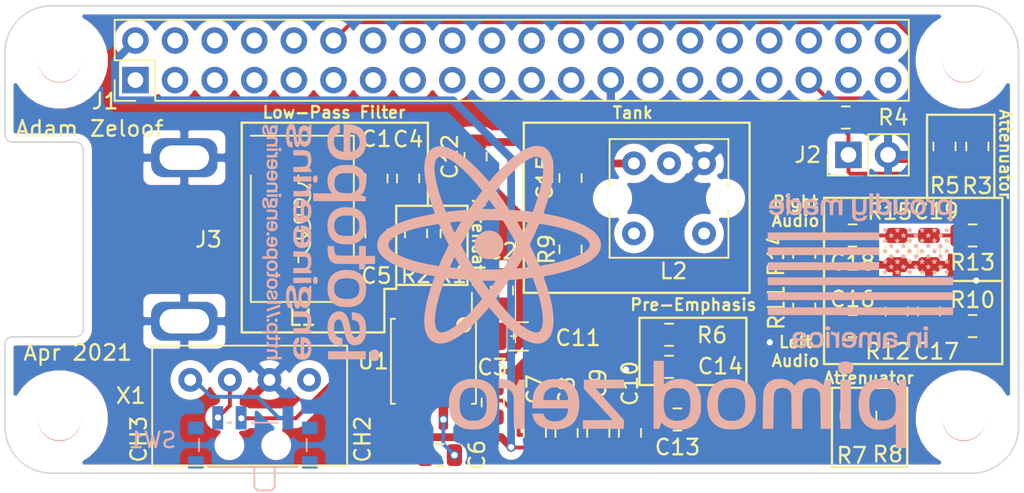
<source format=kicad_pcb>
(kicad_pcb (version 20171130) (host pcbnew "(5.1.9)-1")
  (layers (0 F.Cu signal) (31 B.Cu signal) (34 B.Paste user) (35 F.Paste user) (36 B.SilkS user) (37 F.SilkS user) (38 B.Mask user) (39 F.Mask user) (44 Edge.Cuts user))
  (net 0 "")
  (net 1 RF_OUT)
  (net 2 "Net-(C1-Pad1)")
  (net 3 "Net-(C2-Pad2)")
  (net 4 "Net-(C2-Pad1)")
  (net 5 "Net-(C3-Pad2)")
  (net 6 "Net-(C3-Pad1)")
  (net 7 GND)
  (net 8 VCC)
  (net 9 "Net-(C12-Pad2)")
  (net 10 "Net-(C12-Pad1)")
  (net 11 "Net-(C13-Pad2)")
  (net 12 "Net-(C13-Pad1)")
  (net 13 "Net-(C14-Pad2)")
  (net 14 AUDIO_IN)
  (net 15 VIDEO_IN)
  (net 16 AUDIO_L)
  (net 17 AUDIO_R)
  (net 18 "Net-(J1-Pad40)")
  (net 19 "Net-(J1-Pad38)")
  (net 20 "Net-(J1-Pad37)")
  (net 21 "Net-(J1-Pad36)")
  (net 22 "Net-(J1-Pad34)")
  (net 23 "Net-(J1-Pad33)")
  (net 24 "Net-(J1-Pad32)")
  (net 25 "Net-(J1-Pad31)")
  (net 26 "Net-(J1-Pad30)")
  (net 27 "Net-(J1-Pad29)")
  (net 28 "Net-(J1-Pad28)")
  (net 29 "Net-(J1-Pad27)")
  (net 30 "Net-(J1-Pad26)")
  (net 31 "Net-(J1-Pad24)")
  (net 32 "Net-(J1-Pad23)")
  (net 33 "Net-(J1-Pad22)")
  (net 34 "Net-(J1-Pad21)")
  (net 35 "Net-(J1-Pad20)")
  (net 36 "Net-(J1-Pad19)")
  (net 37 "Net-(J1-Pad18)")
  (net 38 "Net-(J1-Pad17)")
  (net 39 "Net-(J1-Pad16)")
  (net 40 "Net-(J1-Pad15)")
  (net 41 "Net-(J1-Pad14)")
  (net 42 "Net-(J1-Pad13)")
  (net 43 "Net-(J1-Pad11)")
  (net 44 "Net-(J1-Pad10)")
  (net 45 "Net-(J1-Pad9)")
  (net 46 "Net-(J1-Pad8)")
  (net 47 "Net-(J1-Pad7)")
  (net 48 "Net-(J1-Pad6)")
  (net 49 "Net-(J1-Pad5)")
  (net 50 "Net-(J1-Pad4)")
  (net 51 "Net-(J1-Pad3)")
  (net 52 "Net-(J1-Pad39)")
  (net 53 "Net-(C6-Pad2)")
  (net 54 "Net-(C11-Pad1)")
  (net 55 "Net-(C11-Pad2)")
  (net 56 "Net-(C16-Pad2)")
  (net 57 "Net-(C16-Pad1)")
  (net 58 "Net-(C18-Pad1)")
  (net 59 "Net-(C18-Pad2)")
  (net 60 VDD)
  (net 61 "Net-(SW1-Pad3)")
  (net 62 "Net-(SW1-Pad1)")
  (module rf_modulator:modulator_art (layer F.Cu) (at 45.53966 39.52748)
    (fp_text reference G*** hide)
    (fp_text value LOGO hide)
  )
  (module rf_modulator:Amphenol-531-40101 (layer F.Cu) (at 24.003 39.5)
    (fp_text reference J3 (at 1.55194 0.00254) (layer F.SilkS))
    (fp_text value "Amphenol 531-40101")
    (pad 2 thru_hole roundrect (at 0 5.25 90) (size 2.5 4.25) (drill oval 1.57 3.18) (layers *.Cu *.Mask) (roundrect_rratio 0.316) (net 7 GND))
    (pad 3 smd roundrect (at -4 0) (size 3.5 2.5) (layers F.Cu F.Paste F.Mask) (net 1 RF_OUT))
    (pad 1 thru_hole roundrect (at 0 -5.25 90) (size 2.5 4.25) (drill oval 1.57 3.18) (layers *.Cu *.Mask) (roundrect_rratio 0.316) (net 7 GND))
  )
  (module "rf_modulator:Coilcraft Slot 7 Inductor" (layer F.Cu) (at 52.832 39.116)
    (fp_text reference L2 (at 2.54 2.413) (layer F.SilkS))
    (fp_text value LTRIM)
    (pad "" np_thru_hole circle (at 5.87 -2.248 90) (size 1.5 1.5) (drill 1.5) (layers *.Cu *.Mask))
    (pad "" np_thru_hole circle (at -1.37 -2.248 90) (size 1.5 1.5) (drill 1.5) (layers *.Cu *.Mask))
    (pad 2 thru_hole circle (at 4.5 -4.5) (size 1.524 1.524) (drill 0.762) (layers *.Cu *.Mask) (net 7 GND))
    (pad 3 thru_hole circle (at 2.252 -4.5) (size 1.524 1.524) (drill 0.762) (layers *.Cu *.Mask))
    (pad 1 thru_hole circle (at 0 -4.5) (size 1.524 1.524) (drill 0.762) (layers *.Cu *.Mask) (net 9 "Net-(C12-Pad2)"))
    (pad 4 thru_hole circle (at 4.5 0) (size 1.524 1.524) (drill 0.762) (layers *.Cu *.Mask))
    (pad 6 thru_hole circle (at 0 0 90) (size 1.524 1.524) (drill 0.762) (layers *.Cu *.Mask))
  )
  (module Capacitor_SMD:C_0805_2012Metric (layer F.Cu) (at 43.78198 49.9618 270)
    (fp_text reference C3 (at -2.2606 0.01778 180) (layer F.SilkS))
    (fp_text value 1n)
    (pad 2 smd roundrect (at 0.9375 0 270) (size 0.975 1.4) (layers F.Cu F.Paste F.Mask) (net 5 "Net-(C3-Pad2)"))
    (pad 1 smd roundrect (at -0.9375 0 270) (size 0.975 1.4) (layers F.Cu F.Paste F.Mask) (net 6 "Net-(C3-Pad1)"))
  )
  (module rf_modulator:F88SM (layer F.Cu) (at 24.384 48.514)
    (fp_text reference X1 (at -3.81 1.016) (layer F.SilkS))
    (fp_text value F88SM)
    (pad 4 thru_hole circle (at 7.62 0) (size 1.524 1.524) (drill 0.762) (layers *.Cu *.Mask))
    (pad 3 thru_hole circle (at 5.08 0) (size 1.524 1.524) (drill 0.762) (layers *.Cu *.Mask) (net 7 GND))
    (pad 2 thru_hole circle (at 2.54 0) (size 1.524 1.524) (drill 0.762) (layers *.Cu *.Mask) (net 61 "Net-(SW1-Pad3)"))
    (pad 1 thru_hole circle (at 0 0) (size 1.524 1.524) (drill 0.762) (layers *.Cu *.Mask) (net 62 "Net-(SW1-Pad1)"))
  )
  (module Button_Switch_SMD:SW_SPDT_PCM12 (layer B.Cu) (at 28.3972 52.3748 180)
    (fp_text reference SW1 (at 6.4262 0) (layer B.SilkS) (effects (justify mirror)))
    (fp_text value SW_SPDT)
    (pad "" smd rect (at -3.65 0.78 180) (size 1 0.8) (layers B.Cu B.Paste B.Mask))
    (pad "" smd rect (at 3.65 0.78 180) (size 1 0.8) (layers B.Cu B.Paste B.Mask))
    (pad "" smd rect (at 3.65 -1.43 180) (size 1 0.8) (layers B.Cu B.Paste B.Mask))
    (pad "" smd rect (at -3.65 -1.43 180) (size 1 0.8) (layers B.Cu B.Paste B.Mask))
    (pad 3 smd rect (at 2.25 1.43 180) (size 0.7 1.5) (layers B.Cu B.Paste B.Mask) (net 61 "Net-(SW1-Pad3)"))
    (pad 2 smd rect (at 0.75 1.43 180) (size 0.7 1.5) (layers B.Cu B.Paste B.Mask) (net 6 "Net-(C3-Pad1)"))
    (pad 1 smd rect (at -2.25 1.43 180) (size 0.7 1.5) (layers B.Cu B.Paste B.Mask) (net 62 "Net-(SW1-Pad1)"))
    (pad "" np_thru_hole circle (at 1.5 -0.33 180) (size 0.9 0.9) (drill 0.9) (layers *.Cu *.Mask))
    (pad "" np_thru_hole circle (at -1.5 -0.33 180) (size 0.9 0.9) (drill 0.9) (layers *.Cu *.Mask))
  )
  (module Resistor_SMD:R_0805_2012Metric (layer F.Cu) (at 48.768 40.132 270)
    (fp_text reference R9 (at 0 1.524 90) (layer F.SilkS))
    (fp_text value R_US)
    (pad 2 smd roundrect (at 0.9375 0 270) (size 0.975 1.4) (layers F.Cu F.Paste F.Mask) (net 7 GND))
    (pad 1 smd roundrect (at -0.9375 0 270) (size 0.975 1.4) (layers F.Cu F.Paste F.Mask) (net 9 "Net-(C12-Pad2)"))
  )
  (module Capacitor_SMD:C_0805_2012Metric (layer F.Cu) (at 48.768 35.56 90)
    (fp_text reference C15 (at 0 -1.65 90) (layer F.SilkS))
    (fp_text value 68p)
    (pad 2 smd roundrect (at 0.9375 0 90) (size 0.975 1.4) (layers F.Cu F.Paste F.Mask) (net 9 "Net-(C12-Pad2)"))
    (pad 1 smd roundrect (at -0.9375 0 90) (size 0.975 1.4) (layers F.Cu F.Paste F.Mask) (net 7 GND))
  )
  (module Capacitor_SMD:C_0805_2012Metric (layer F.Cu) (at 42.67962 34.18586 90)
    (fp_text reference C12 (at 0 -1.65 90) (layer F.SilkS))
    (fp_text value 1n)
    (pad 2 smd roundrect (at 0.9375 0 90) (size 0.975 1.4) (layers F.Cu F.Paste F.Mask) (net 9 "Net-(C12-Pad2)"))
    (pad 1 smd roundrect (at -0.9375 0 90) (size 0.975 1.4) (layers F.Cu F.Paste F.Mask) (net 10 "Net-(C12-Pad1)"))
  )
  (module Package_SO:SOIC-8_5.23x5.23mm_P1.27mm (layer F.Cu) (at 39.9796 47.3202 270)
    (fp_text reference U1 (at 0 3.8608 180) (layer F.SilkS))
    (fp_text value NJM2519A)
    (pad 8 smd roundrect (at 3.6 -1.905 270) (size 1.6 0.6) (layers F.Cu F.Paste F.Mask) (net 5 "Net-(C3-Pad2)"))
    (pad 7 smd roundrect (at 3.6 -0.635 270) (size 1.6 0.6) (layers F.Cu F.Paste F.Mask) (net 53 "Net-(C6-Pad2)"))
    (pad 6 smd roundrect (at 3.6 0.635 270) (size 1.6 0.6) (layers F.Cu F.Paste F.Mask) (net 8 VCC))
    (pad 5 smd roundrect (at 3.6 1.905 270) (size 1.6 0.6) (layers F.Cu F.Paste F.Mask) (net 11 "Net-(C13-Pad2)"))
    (pad 4 smd roundrect (at -3.6 1.905 270) (size 1.6 0.6) (layers F.Cu F.Paste F.Mask) (net 10 "Net-(C12-Pad1)"))
    (pad 3 smd roundrect (at -3.6 0.635 270) (size 1.6 0.6) (layers F.Cu F.Paste F.Mask) (net 54 "Net-(C11-Pad1)"))
    (pad 2 smd roundrect (at -3.6 -0.635 270) (size 1.6 0.6) (layers F.Cu F.Paste F.Mask) (net 7 GND))
    (pad 1 smd roundrect (at -3.6 -1.905 270) (size 1.6 0.6) (layers F.Cu F.Paste F.Mask) (net 4 "Net-(C2-Pad1)"))
  )
  (module Resistor_SMD:R_0805_2012Metric (layer F.Cu) (at 69.6722 40.1828 270)
    (fp_text reference R15 (at -2.4638 0.4318 180) (layer F.SilkS))
    (fp_text value 150)
    (pad 1 smd roundrect (at -0.9375 0 270) (size 0.975 1.4) (layers F.Cu F.Paste F.Mask) (net 59 "Net-(C18-Pad2)"))
    (pad 2 smd roundrect (at 0.9375 0 270) (size 0.975 1.4) (layers F.Cu F.Paste F.Mask) (net 7 GND))
  )
  (module Resistor_SMD:R_0805_2012Metric (layer F.Cu) (at 74.549 39.243)
    (fp_text reference R13 (at 0 1.7272) (layer F.SilkS))
    (fp_text value 270)
    (pad 1 smd roundrect (at -0.9375 0) (size 0.975 1.4) (layers F.Cu F.Paste F.Mask) (net 59 "Net-(C18-Pad2)"))
    (pad 2 smd roundrect (at 0.9375 0) (size 0.975 1.4) (layers F.Cu F.Paste F.Mask) (net 16 AUDIO_L))
  )
  (module Capacitor_SMD:C_0805_2012Metric (layer F.Cu) (at 71.755 40.1828 270)
    (fp_text reference C19 (at -2.4892 -0.4572) (layer F.SilkS))
    (fp_text value 33n)
    (pad 1 smd roundrect (at -0.9375 0 270) (size 0.975 1.4) (layers F.Cu F.Paste F.Mask) (net 59 "Net-(C18-Pad2)"))
    (pad 2 smd roundrect (at 0.9375 0 270) (size 0.975 1.4) (layers F.Cu F.Paste F.Mask) (net 7 GND))
  )
  (module Capacitor_SMD:C_0805_2012Metric (layer F.Cu) (at 66.8528 39.243)
    (fp_text reference C18 (at 0 1.7272) (layer F.SilkS))
    (fp_text value 10u)
    (pad 1 smd roundrect (at -0.9375 0) (size 0.975 1.4) (layers F.Cu F.Paste F.Mask) (net 58 "Net-(C18-Pad1)"))
    (pad 2 smd roundrect (at 0.9375 0) (size 0.975 1.4) (layers F.Cu F.Paste F.Mask) (net 59 "Net-(C18-Pad2)"))
  )
  (module Resistor_SMD:R_0805_2012Metric (layer F.Cu) (at 72.7456 33.528 270)
    (fp_text reference R5 (at 2.5146 -0.0254 180) (layer F.SilkS))
    (fp_text value 470)
    (pad 2 smd roundrect (at 0.9375 0 270) (size 0.975 1.4) (layers F.Cu F.Paste F.Mask) (net 7 GND))
    (pad 1 smd roundrect (at -0.9375 0 270) (size 0.975 1.4) (layers F.Cu F.Paste F.Mask) (net 55 "Net-(C11-Pad2)"))
  )
  (module Capacitor_SMD:C_0805_2012Metric (layer F.Cu) (at 36.322 35.5854 90)
    (fp_text reference C1 (at 2.54 0 180) (layer F.SilkS))
    (fp_text value 6p)
    (pad 2 smd roundrect (at 0.9375 0 90) (size 0.975 1.4) (layers F.Cu F.Paste F.Mask) (net 1 RF_OUT))
    (pad 1 smd roundrect (at -0.9375 0 90) (size 0.975 1.4) (layers F.Cu F.Paste F.Mask) (net 2 "Net-(C1-Pad1)"))
  )
  (module Resistor_SMD:R_0805_2012Metric (layer F.Cu) (at 63.754 40.4368 90)
    (fp_text reference R14 (at 0 -1.8034 90) (layer F.SilkS))
    (fp_text value 10k)
    (pad 2 smd roundrect (at 0.9375 0 90) (size 0.975 1.4) (layers F.Cu F.Paste F.Mask) (net 58 "Net-(C18-Pad1)"))
    (pad 1 smd roundrect (at -0.9375 0 90) (size 0.975 1.4) (layers F.Cu F.Paste F.Mask) (net 14 AUDIO_IN))
  )
  (module Resistor_SMD:R_0805_2012Metric (layer F.Cu) (at 69.6722 44.1198 90)
    (fp_text reference R12 (at -2.5654 -0.5588 180) (layer F.SilkS))
    (fp_text value 150)
    (pad 2 smd roundrect (at 0.9375 0 90) (size 0.975 1.4) (layers F.Cu F.Paste F.Mask) (net 7 GND))
    (pad 1 smd roundrect (at -0.9375 0 90) (size 0.975 1.4) (layers F.Cu F.Paste F.Mask) (net 56 "Net-(C16-Pad2)"))
  )
  (module Resistor_SMD:R_0805_2012Metric (layer F.Cu) (at 63.754 43.8658 270)
    (fp_text reference R11 (at 0 1.778 90) (layer F.SilkS))
    (fp_text value 10k)
    (pad 2 smd roundrect (at 0.9375 0 270) (size 0.975 1.4) (layers F.Cu F.Paste F.Mask) (net 57 "Net-(C16-Pad1)"))
    (pad 1 smd roundrect (at -0.9375 0 270) (size 0.975 1.4) (layers F.Cu F.Paste F.Mask) (net 14 AUDIO_IN))
  )
  (module Resistor_SMD:R_0805_2012Metric (layer F.Cu) (at 74.549 45.0596)
    (fp_text reference R10 (at 0 -1.6764) (layer F.SilkS))
    (fp_text value 270)
    (pad 2 smd roundrect (at 0.9375 0) (size 0.975 1.4) (layers F.Cu F.Paste F.Mask) (net 17 AUDIO_R))
    (pad 1 smd roundrect (at -0.9375 0) (size 0.975 1.4) (layers F.Cu F.Paste F.Mask) (net 56 "Net-(C16-Pad2)"))
  )
  (module Resistor_SMD:R_0805_2012Metric (layer F.Cu) (at 69.088 50.8 270)
    (fp_text reference R8 (at 2.4892 -0.0254 180) (layer F.SilkS))
    (fp_text value 30K)
    (pad 2 smd roundrect (at 0.9375 0 270) (size 0.975 1.4) (layers F.Cu F.Paste F.Mask) (net 7 GND))
    (pad 1 smd roundrect (at -0.9375 0 270) (size 0.975 1.4) (layers F.Cu F.Paste F.Mask) (net 12 "Net-(C13-Pad1)"))
  )
  (module Resistor_SMD:R_0805_2012Metric (layer F.Cu) (at 66.802 50.8 270)
    (fp_text reference R7 (at 2.5654 0 180) (layer F.SilkS))
    (fp_text value 2K)
    (pad 2 smd roundrect (at 0.9375 0 270) (size 0.975 1.4) (layers F.Cu F.Paste F.Mask) (net 12 "Net-(C13-Pad1)"))
    (pad 1 smd roundrect (at -0.9375 0 270) (size 0.975 1.4) (layers F.Cu F.Paste F.Mask) (net 13 "Net-(C14-Pad2)"))
  )
  (module Resistor_SMD:R_0805_2012Metric (layer F.Cu) (at 55.08498 45.61586 180)
    (fp_text reference R6 (at -2.75336 -0.02794) (layer F.SilkS))
    (fp_text value 220)
    (pad 2 smd roundrect (at 0.9375 0 180) (size 0.975 1.4) (layers F.Cu F.Paste F.Mask) (net 13 "Net-(C14-Pad2)"))
    (pad 1 smd roundrect (at -0.9375 0 180) (size 0.975 1.4) (layers F.Cu F.Paste F.Mask) (net 14 AUDIO_IN))
  )
  (module Resistor_SMD:R_0805_2012Metric (layer F.Cu) (at 66.421 31.6738)
    (fp_text reference R4 (at 3.03784 -0.00762) (layer F.SilkS))
    (fp_text value 75)
    (pad 2 smd roundrect (at 0.9375 0) (size 0.975 1.4) (layers F.Cu F.Paste F.Mask) (net 7 GND))
    (pad 1 smd roundrect (at -0.9375 0) (size 0.975 1.4) (layers F.Cu F.Paste F.Mask) (net 15 VIDEO_IN))
  )
  (module Resistor_SMD:R_0805_2012Metric (layer F.Cu) (at 74.8538 33.528 270)
    (fp_text reference R3 (at 2.54 0 180) (layer F.SilkS))
    (fp_text value 510)
    (pad 2 smd roundrect (at 0.9375 0 270) (size 0.975 1.4) (layers F.Cu F.Paste F.Mask) (net 15 VIDEO_IN))
    (pad 1 smd roundrect (at -0.9375 0 270) (size 0.975 1.4) (layers F.Cu F.Paste F.Mask) (net 55 "Net-(C11-Pad2)"))
  )
  (module Resistor_SMD:R_0805_2012Metric (layer F.Cu) (at 38.862 39.116 270)
    (fp_text reference R2 (at 2.667 0 180) (layer F.SilkS))
    (fp_text value 75)
    (pad 2 smd roundrect (at 0.9375 0 270) (size 0.975 1.4) (layers F.Cu F.Paste F.Mask) (net 7 GND))
    (pad 1 smd roundrect (at -0.9375 0 270) (size 0.975 1.4) (layers F.Cu F.Paste F.Mask) (net 2 "Net-(C1-Pad1)"))
  )
  (module Resistor_SMD:R_0805_2012Metric (layer F.Cu) (at 41.148 39.116 90)
    (fp_text reference R1 (at -2.667 0 180) (layer F.SilkS))
    (fp_text value 470)
    (pad 2 smd roundrect (at 0.9375 0 90) (size 0.975 1.4) (layers F.Cu F.Paste F.Mask) (net 2 "Net-(C1-Pad1)"))
    (pad 1 smd roundrect (at -0.9375 0 90) (size 0.975 1.4) (layers F.Cu F.Paste F.Mask) (net 3 "Net-(C2-Pad2)"))
  )
  (module KiCad-Library-master:Wurth_WE_Inductor_744918213 (layer F.Cu) (at 31.5722 38.1762 270)
    (fp_text reference L1 (at 6.35 0 180) (layer F.SilkS))
    (fp_text value 133n)
    (pad 2 smd roundrect (at 3.98 -1.21 270) (size 2.04 4.7) (layers F.Cu F.Paste F.Mask) (net 2 "Net-(C1-Pad1)"))
    (pad 1 smd roundrect (at -3.98 1.21 270) (size 2.04 4.7) (layers F.Cu F.Paste F.Mask) (net 1 RF_OUT))
  )
  (module Connector_PinHeader_2.54mm:PinHeader_1x02_P2.54mm_Vertical (layer F.Cu) (at 66.58864 34.06842 90)
    (fp_text reference J2 (at 0 -2.60604 180) (layer F.SilkS))
    (fp_text value "Pi Video")
    (pad 2 thru_hole oval (at 0 2.54 90) (size 1.7 1.7) (drill 1) (layers *.Cu *.Mask) (net 7 GND))
    (pad 1 thru_hole rect (at 0 0 90) (size 1.7 1.7) (drill 1) (layers *.Cu *.Mask) (net 15 VIDEO_IN))
  )
  (module Capacitor_SMD:C_0805_2012Metric (layer F.Cu) (at 71.755 44.1198 90)
    (fp_text reference C17 (at -2.5654 0.4826) (layer F.SilkS))
    (fp_text value 33n)
    (pad 2 smd roundrect (at 0.9375 0 90) (size 0.975 1.4) (layers F.Cu F.Paste F.Mask) (net 7 GND))
    (pad 1 smd roundrect (at -0.9375 0 90) (size 0.975 1.4) (layers F.Cu F.Paste F.Mask) (net 56 "Net-(C16-Pad2)"))
  )
  (module Capacitor_SMD:C_0805_2012Metric (layer F.Cu) (at 66.8528 45.0596)
    (fp_text reference C16 (at 0 -1.7272) (layer F.SilkS))
    (fp_text value 10u)
    (pad 2 smd roundrect (at 0.9375 0) (size 0.975 1.4) (layers F.Cu F.Paste F.Mask) (net 56 "Net-(C16-Pad2)"))
    (pad 1 smd roundrect (at -0.9375 0) (size 0.975 1.4) (layers F.Cu F.Paste F.Mask) (net 57 "Net-(C16-Pad1)"))
  )
  (module Capacitor_SMD:C_0805_2012Metric (layer F.Cu) (at 55.08244 47.6758 180)
    (fp_text reference C14 (at -3.2893 0.03556) (layer F.SilkS))
    (fp_text value 360p)
    (pad 2 smd roundrect (at 0.9375 0 180) (size 0.975 1.4) (layers F.Cu F.Paste F.Mask) (net 13 "Net-(C14-Pad2)"))
    (pad 1 smd roundrect (at -0.9375 0 180) (size 0.975 1.4) (layers F.Cu F.Paste F.Mask) (net 14 AUDIO_IN))
  )
  (module Capacitor_SMD:C_0805_2012Metric (layer F.Cu) (at 55.626 51.054 180)
    (fp_text reference C13 (at 0 -1.778) (layer F.SilkS))
    (fp_text value 0.1u)
    (pad 2 smd roundrect (at 0.9375 0 180) (size 0.975 1.4) (layers F.Cu F.Paste F.Mask) (net 11 "Net-(C13-Pad2)"))
    (pad 1 smd roundrect (at -0.9375 0 180) (size 0.975 1.4) (layers F.Cu F.Paste F.Mask) (net 12 "Net-(C13-Pad1)"))
  )
  (module Capacitor_SMD:C_1206_3216Metric (layer F.Cu) (at 45.4406 45.72)
    (fp_text reference C11 (at 3.81 0.1016) (layer F.SilkS))
    (fp_text value 1u)
    (pad 1 smd roundrect (at -1.4 0) (size 1.25 1.75) (layers F.Cu F.Paste F.Mask) (roundrect_rratio 0.2) (net 54 "Net-(C11-Pad1)"))
    (pad 2 smd roundrect (at 1.4 0) (size 1.25 1.75) (layers F.Cu F.Paste F.Mask) (roundrect_rratio 0.2) (net 55 "Net-(C11-Pad2)"))
  )
  (module Capacitor_SMD:C_0805_2012Metric (layer F.Cu) (at 52.578 51.9176 270)
    (fp_text reference C10 (at -3.175 0 90) (layer F.SilkS))
    (fp_text value 1u)
    (pad 2 smd roundrect (at 0.9375 0 270) (size 0.975 1.4) (layers F.Cu F.Paste F.Mask) (net 8 VCC))
    (pad 1 smd roundrect (at -0.9375 0 270) (size 0.975 1.4) (layers F.Cu F.Paste F.Mask) (net 7 GND))
  )
  (module Capacitor_SMD:C_0805_2012Metric (layer F.Cu) (at 50.546 51.9176 270)
    (fp_text reference C9 (at -3.175 0 270) (layer F.SilkS))
    (fp_text value 1u)
    (pad 2 smd roundrect (at 0.9375 0 270) (size 0.975 1.4) (layers F.Cu F.Paste F.Mask) (net 8 VCC))
    (pad 1 smd roundrect (at -0.9375 0 270) (size 0.975 1.4) (layers F.Cu F.Paste F.Mask) (net 7 GND))
  )
  (module Capacitor_SMD:C_0805_2012Metric (layer F.Cu) (at 48.514 51.9176 270)
    (fp_text reference C8 (at -2.667 0 270) (layer F.SilkS))
    (fp_text value 0.1u)
    (pad 2 smd roundrect (at 0.9375 0 270) (size 0.975 1.4) (layers F.Cu F.Paste F.Mask) (net 8 VCC))
    (pad 1 smd roundrect (at -0.9375 0 270) (size 0.975 1.4) (layers F.Cu F.Paste F.Mask) (net 7 GND))
  )
  (module Capacitor_SMD:C_0805_2012Metric (layer F.Cu) (at 46.482 51.9176 270)
    (fp_text reference C7 (at -2.794 0 90) (layer F.SilkS))
    (fp_text value 0.1u)
    (pad 2 smd roundrect (at 0.9375 0 270) (size 0.975 1.4) (layers F.Cu F.Paste F.Mask) (net 8 VCC))
    (pad 1 smd roundrect (at -0.9375 0 270) (size 0.975 1.4) (layers F.Cu F.Paste F.Mask) (net 7 GND))
  )
  (module Capacitor_SMD:C_0805_2012Metric (layer F.Cu) (at 40.386 53.34)
    (fp_text reference C6 (at 2.3876 0 270) (layer F.SilkS))
    (fp_text value 0.1u)
    (pad 2 smd roundrect (at 0.9375 0) (size 0.975 1.4) (layers F.Cu F.Paste F.Mask) (net 53 "Net-(C6-Pad2)"))
    (pad 1 smd roundrect (at -0.9375 0) (size 0.975 1.4) (layers F.Cu F.Paste F.Mask) (net 7 GND))
  )
  (module Capacitor_SMD:C_0805_2012Metric (layer F.Cu) (at 36.322 39.116 270)
    (fp_text reference C5 (at 2.7155 0 180) (layer F.SilkS))
    (fp_text value 24p)
    (pad 2 smd roundrect (at 0.9375 0 270) (size 0.975 1.4) (layers F.Cu F.Paste F.Mask) (net 7 GND))
    (pad 1 smd roundrect (at -0.9375 0 270) (size 0.975 1.4) (layers F.Cu F.Paste F.Mask) (net 2 "Net-(C1-Pad1)"))
  )
  (module Capacitor_SMD:C_0805_2012Metric (layer F.Cu) (at 38.354 35.5854 270)
    (fp_text reference C4 (at -2.5146 0 180) (layer F.SilkS))
    (fp_text value 24p)
    (pad 2 smd roundrect (at 0.9375 0 270) (size 0.975 1.4) (layers F.Cu F.Paste F.Mask) (net 7 GND))
    (pad 1 smd roundrect (at -0.9375 0 270) (size 0.975 1.4) (layers F.Cu F.Paste F.Mask) (net 1 RF_OUT))
  )
  (module Capacitor_SMD:C_0805_2012Metric (layer F.Cu) (at 44.3738 42.7736 90)
    (fp_text reference C2 (at 2.5146 0 180) (layer F.SilkS))
    (fp_text value 100p)
    (pad 2 smd roundrect (at 0.9375 0 90) (size 0.975 1.4) (layers F.Cu F.Paste F.Mask) (net 3 "Net-(C2-Pad2)"))
    (pad 1 smd roundrect (at -0.9375 0 90) (size 0.975 1.4) (layers F.Cu F.Paste F.Mask) (net 4 "Net-(C2-Pad1)"))
  )
  (module Connector_PinHeader_2.54mm:PinHeader_2x20_P2.54mm_Vertical (layer F.Cu) (at 20.87 29.27 90)
    (fp_text reference J1 (at -1.3624 -1.947 180) (layer F.SilkS))
    (fp_text value RPi_GPIO)
    (pad 40 thru_hole oval (at 2.54 48.26 90) (size 1.7 1.7) (drill 1) (layers *.Cu *.Mask) (net 18 "Net-(J1-Pad40)"))
    (pad 39 thru_hole oval (at 0 48.26 90) (size 1.7 1.7) (drill 1) (layers *.Cu *.Mask) (net 52 "Net-(J1-Pad39)"))
    (pad 38 thru_hole oval (at 2.54 45.72 90) (size 1.7 1.7) (drill 1) (layers *.Cu *.Mask) (net 19 "Net-(J1-Pad38)"))
    (pad 37 thru_hole oval (at 0 45.72 90) (size 1.7 1.7) (drill 1) (layers *.Cu *.Mask) (net 20 "Net-(J1-Pad37)"))
    (pad 36 thru_hole oval (at 2.54 43.18 90) (size 1.7 1.7) (drill 1) (layers *.Cu *.Mask) (net 21 "Net-(J1-Pad36)"))
    (pad 35 thru_hole oval (at 0 43.18 90) (size 1.7 1.7) (drill 1) (layers *.Cu *.Mask) (net 16 AUDIO_L))
    (pad 34 thru_hole oval (at 2.54 40.64 90) (size 1.7 1.7) (drill 1) (layers *.Cu *.Mask) (net 22 "Net-(J1-Pad34)"))
    (pad 33 thru_hole oval (at 0 40.64 90) (size 1.7 1.7) (drill 1) (layers *.Cu *.Mask) (net 23 "Net-(J1-Pad33)"))
    (pad 32 thru_hole oval (at 2.54 38.1 90) (size 1.7 1.7) (drill 1) (layers *.Cu *.Mask) (net 24 "Net-(J1-Pad32)"))
    (pad 31 thru_hole oval (at 0 38.1 90) (size 1.7 1.7) (drill 1) (layers *.Cu *.Mask) (net 25 "Net-(J1-Pad31)"))
    (pad 30 thru_hole oval (at 2.54 35.56 90) (size 1.7 1.7) (drill 1) (layers *.Cu *.Mask) (net 26 "Net-(J1-Pad30)"))
    (pad 29 thru_hole oval (at 0 35.56 90) (size 1.7 1.7) (drill 1) (layers *.Cu *.Mask) (net 27 "Net-(J1-Pad29)"))
    (pad 28 thru_hole oval (at 2.54 33.02 90) (size 1.7 1.7) (drill 1) (layers *.Cu *.Mask) (net 28 "Net-(J1-Pad28)"))
    (pad 27 thru_hole oval (at 0 33.02 90) (size 1.7 1.7) (drill 1) (layers *.Cu *.Mask) (net 29 "Net-(J1-Pad27)"))
    (pad 26 thru_hole oval (at 2.54 30.48 90) (size 1.7 1.7) (drill 1) (layers *.Cu *.Mask) (net 30 "Net-(J1-Pad26)"))
    (pad 25 thru_hole oval (at 0 30.48 90) (size 1.7 1.7) (drill 1) (layers *.Cu *.Mask) (net 7 GND))
    (pad 24 thru_hole oval (at 2.54 27.94 90) (size 1.7 1.7) (drill 1) (layers *.Cu *.Mask) (net 31 "Net-(J1-Pad24)"))
    (pad 23 thru_hole oval (at 0 27.94 90) (size 1.7 1.7) (drill 1) (layers *.Cu *.Mask) (net 32 "Net-(J1-Pad23)"))
    (pad 22 thru_hole oval (at 2.54 25.4 90) (size 1.7 1.7) (drill 1) (layers *.Cu *.Mask) (net 33 "Net-(J1-Pad22)"))
    (pad 21 thru_hole oval (at 0 25.4 90) (size 1.7 1.7) (drill 1) (layers *.Cu *.Mask) (net 34 "Net-(J1-Pad21)"))
    (pad 20 thru_hole oval (at 2.54 22.86 90) (size 1.7 1.7) (drill 1) (layers *.Cu *.Mask) (net 35 "Net-(J1-Pad20)"))
    (pad 19 thru_hole oval (at 0 22.86 90) (size 1.7 1.7) (drill 1) (layers *.Cu *.Mask) (net 36 "Net-(J1-Pad19)"))
    (pad 18 thru_hole oval (at 2.54 20.32 90) (size 1.7 1.7) (drill 1) (layers *.Cu *.Mask) (net 37 "Net-(J1-Pad18)"))
    (pad 17 thru_hole oval (at 0 20.32 90) (size 1.7 1.7) (drill 1) (layers *.Cu *.Mask) (net 38 "Net-(J1-Pad17)"))
    (pad 16 thru_hole oval (at 2.54 17.78 90) (size 1.7 1.7) (drill 1) (layers *.Cu *.Mask) (net 39 "Net-(J1-Pad16)"))
    (pad 15 thru_hole oval (at 0 17.78 90) (size 1.7 1.7) (drill 1) (layers *.Cu *.Mask) (net 40 "Net-(J1-Pad15)"))
    (pad 14 thru_hole oval (at 2.54 15.24 90) (size 1.7 1.7) (drill 1) (layers *.Cu *.Mask) (net 41 "Net-(J1-Pad14)"))
    (pad 13 thru_hole oval (at 0 15.24 90) (size 1.7 1.7) (drill 1) (layers *.Cu *.Mask) (net 42 "Net-(J1-Pad13)"))
    (pad 12 thru_hole oval (at 2.54 12.7 90) (size 1.7 1.7) (drill 1) (layers *.Cu *.Mask) (net 17 AUDIO_R))
    (pad 11 thru_hole oval (at 0 12.7 90) (size 1.7 1.7) (drill 1) (layers *.Cu *.Mask) (net 43 "Net-(J1-Pad11)"))
    (pad 10 thru_hole oval (at 2.54 10.16 90) (size 1.7 1.7) (drill 1) (layers *.Cu *.Mask) (net 44 "Net-(J1-Pad10)"))
    (pad 9 thru_hole oval (at 0 10.16 90) (size 1.7 1.7) (drill 1) (layers *.Cu *.Mask) (net 45 "Net-(J1-Pad9)"))
    (pad 8 thru_hole oval (at 2.54 7.62 90) (size 1.7 1.7) (drill 1) (layers *.Cu *.Mask) (net 46 "Net-(J1-Pad8)"))
    (pad 7 thru_hole oval (at 0 7.62 90) (size 1.7 1.7) (drill 1) (layers *.Cu *.Mask) (net 47 "Net-(J1-Pad7)"))
    (pad 6 thru_hole oval (at 2.54 5.08 90) (size 1.7 1.7) (drill 1) (layers *.Cu *.Mask) (net 48 "Net-(J1-Pad6)"))
    (pad 5 thru_hole oval (at 0 5.08 90) (size 1.7 1.7) (drill 1) (layers *.Cu *.Mask) (net 49 "Net-(J1-Pad5)"))
    (pad 4 thru_hole oval (at 2.54 2.54 90) (size 1.7 1.7) (drill 1) (layers *.Cu *.Mask) (net 50 "Net-(J1-Pad4)"))
    (pad 3 thru_hole oval (at 0 2.54 90) (size 1.7 1.7) (drill 1) (layers *.Cu *.Mask) (net 51 "Net-(J1-Pad3)"))
    (pad 2 thru_hole oval (at 2.54 0 90) (size 1.7 1.7) (drill 1) (layers *.Cu *.Mask) (net 8 VCC))
    (pad 1 thru_hole rect (at 0 0 90) (size 1.7 1.7) (drill 1) (layers *.Cu *.Mask) (net 60 VDD))
  )
  (module RPi_Hat:RPi_Hat_Mounting_Hole (layer F.Cu) (at 16 51)
    (fp_text reference "" hide)
    (fp_text value "" hide)
    (pad "" np_thru_hole circle (at 0 0) (size 2.75 2.75) (drill 2.75) (layers *.Cu *.Mask) (clearance 1.725))
  )
  (module RPi_Hat:RPi_Hat_Mounting_Hole (layer F.Cu) (at 74 28)
    (fp_text reference "" hide)
    (fp_text value "" hide)
    (pad "" np_thru_hole circle (at 0 0) (size 2.75 2.75) (drill 2.75) (layers *.Cu *.Mask) (clearance 1.725))
  )
  (module RPi_Hat:RPi_Hat_Mounting_Hole (layer F.Cu) (at 74 51)
    (fp_text reference "" hide)
    (fp_text value "" hide)
    (pad "" np_thru_hole circle (at 0 0) (size 2.75 2.75) (drill 2.75) (layers *.Cu *.Mask) (clearance 1.725))
  )
  (module RPi_Hat:RPi_Hat_Mounting_Hole (layer F.Cu) (at 16 28)
    (fp_text reference "" hide)
    (fp_text value "" hide)
    (pad "" np_thru_hole circle (at 0 0) (size 2.75 2.75) (drill 2.75) (layers *.Cu *.Mask) (clearance 1.725))
  )
  (gr_arc (start 17.026 45.25) (end 17.026 45.75) (angle -90) (layer Edge.Cuts) (width 0.1))
  (gr_arc (start 17.026 33.75) (end 17.526 33.75) (angle -90) (layer Edge.Cuts) (width 0.1))
  (gr_arc (start 13 46.25) (end 12.5 46.25) (angle 90) (layer Edge.Cuts) (width 0.1))
  (gr_arc (start 13 32.75) (end 12.5 32.75) (angle -90) (layer Edge.Cuts) (width 0.1))
  (gr_line (start 12.5 46.25) (end 12.5 51.5) (layer Edge.Cuts) (width 0.1))
  (gr_line (start 17.026 45.75) (end 13 45.75) (layer Edge.Cuts) (width 0.1))
  (gr_line (start 12.5 27.5) (end 12.5 32.75) (layer Edge.Cuts) (width 0.1))
  (gr_line (start 17.026 33.25) (end 13 33.25) (layer Edge.Cuts) (width 0.1))
  (gr_line (start 17.526 45.25) (end 17.526 33.75) (layer Edge.Cuts) (width 0.1))
  (gr_text +- (at 45.4406 45.6692) (layer F.SilkS) (effects (font (size 0.5 0.5) (thickness 0.1))))
  (gr_circle (center 41.9354 44.9834) (end 41.9354 44.9834) (layer F.SilkS) (width 0.5))
  (gr_text "Apr 2021" (at 17.1704 46.7614) (layer F.SilkS) (effects (font (size 1 1))))
  (gr_text "Adam Zeloof" (at 17.9324 32.385) (layer F.SilkS) (effects (font (size 1 1))))
  (gr_line (start 75.946 31.496) (end 75.946 36.83) (layer F.SilkS) (width 0.15))
  (gr_line (start 71.628 31.496) (end 75.946 31.496) (layer F.SilkS) (width 0.15))
  (gr_line (start 71.628 36.83) (end 71.628 31.496) (layer F.SilkS) (width 0.15))
  (gr_text Attenuator (at 76.6572 34.036 270) (layer F.SilkS) (effects (font (size 0.75 0.75))))
  (gr_text Attenuator (at 67.8942 48.387) (layer F.SilkS) (effects (font (size 0.75 0.75))))
  (gr_line (start 70.358 49.022) (end 65.532 49.022) (layer F.SilkS) (width 0.15))
  (gr_line (start 70.358 54.102) (end 70.358 49.022) (layer F.SilkS) (width 0.15))
  (gr_line (start 65.532 54.102) (end 70.358 54.102) (layer F.SilkS) (width 0.15))
  (gr_line (start 65.532 49.022) (end 65.532 54.102) (layer F.SilkS) (width 0.15))
  (gr_line (start 65.024 36.83) (end 65.024 42.164) (layer F.SilkS) (width 0.15))
  (gr_text "Left\nAudio" (at 63.1952 46.6852) (layer F.SilkS) (effects (font (size 0.75 0.75))))
  (gr_text "Right\nAudio" (at 63.1952 37.6936) (layer F.SilkS) (effects (font (size 0.75 0.75))))
  (gr_text Pre-Emphasis (at 56.642 43.688) (layer F.SilkS) (effects (font (size 0.75 0.75))))
  (gr_line (start 60.0456 44.5262) (end 53.1876 44.5262) (layer F.SilkS) (width 0.15))
  (gr_line (start 60.0456 48.8442) (end 60.0456 44.5262) (layer F.SilkS) (width 0.15))
  (gr_line (start 53.1876 48.8442) (end 60.0456 48.8442) (layer F.SilkS) (width 0.15))
  (gr_line (start 53.1876 44.5262) (end 53.1876 48.8442) (layer F.SilkS) (width 0.15))
  (gr_line (start 76.454 37.084) (end 76.454 36.83) (layer F.SilkS) (width 0.15))
  (gr_line (start 76.2 36.83) (end 76.454 36.83) (layer F.SilkS) (width 0.15))
  (gr_line (start 76.454 47.498) (end 76.454 42.164) (layer F.SilkS) (width 0.15))
  (gr_line (start 65.024 47.498) (end 76.454 47.498) (layer F.SilkS) (width 0.15))
  (gr_line (start 65.024 42.164) (end 65.024 47.498) (layer F.SilkS) (width 0.15))
  (gr_line (start 76.454 42.164) (end 65.024 42.164) (layer F.SilkS) (width 0.15))
  (gr_line (start 76.454 37.084) (end 76.454 42.164) (layer F.SilkS) (width 0.15))
  (gr_line (start 65.024 36.83) (end 76.2 36.83) (layer F.SilkS) (width 0.15))
  (gr_text Attenuator (at 42.8498 39.8272 270) (layer F.SilkS) (effects (font (size 0.75 0.75))))
  (gr_text Tank (at 52.7558 31.369) (layer F.SilkS) (effects (font (size 0.75 0.75))))
  (gr_line (start 45.7708 42.926) (end 45.7708 32.004) (layer F.SilkS) (width 0.15))
  (gr_line (start 60.2488 42.926) (end 45.7708 42.926) (layer F.SilkS) (width 0.15))
  (gr_line (start 60.2488 32.004) (end 60.2488 42.926) (layer F.SilkS) (width 0.15))
  (gr_line (start 45.7708 32.004) (end 60.2488 32.004) (layer F.SilkS) (width 0.15))
  (gr_text CH2 (at 35.433 52.324 90) (layer F.SilkS) (effects (font (size 1 1))))
  (gr_text CH3 (at 21.082 52.324 90) (layer F.SilkS) (effects (font (size 1 1))))
  (gr_text "Low-Pass Filter" (at 33.6042 31.3436) (layer F.SilkS) (effects (font (size 0.75 0.75))))
  (gr_line (start 42.164 42.418) (end 37.592 42.418) (layer F.SilkS) (width 0.15))
  (gr_line (start 42.164 37.338) (end 42.164 42.418) (layer F.SilkS) (width 0.15))
  (gr_line (start 39.624 37.338) (end 42.164 37.338) (layer F.SilkS) (width 0.15))
  (gr_line (start 27.686 32.004) (end 27.686 32.258) (layer F.SilkS) (width 0.15))
  (gr_line (start 39.624 32.004) (end 27.686 32.004) (layer F.SilkS) (width 0.15))
  (gr_line (start 39.624 37.338) (end 39.624 32.004) (layer F.SilkS) (width 0.15))
  (gr_line (start 37.592 37.338) (end 39.624 37.338) (layer F.SilkS) (width 0.15))
  (gr_line (start 37.592 42.672) (end 37.592 37.338) (layer F.SilkS) (width 0.15))
  (gr_line (start 36.83 42.672) (end 37.592 42.672) (layer F.SilkS) (width 0.15))
  (gr_line (start 36.83 45.466) (end 36.83 42.672) (layer F.SilkS) (width 0.15))
  (gr_line (start 27.686 45.466) (end 36.83 45.466) (layer F.SilkS) (width 0.15))
  (gr_line (start 27.686 32.258) (end 27.686 45.466) (layer F.SilkS) (width 0.15))
  (gr_arc (start 15.5 27.5) (end 12.5 27.5) (angle 90) (layer Edge.Cuts) (width 0.1))
  (gr_line (start 15.5 24.5) (end 74.5 24.5) (angle 90) (layer Edge.Cuts) (width 0.1))
  (gr_arc (start 74.5 27.5) (end 74.5 24.5) (angle 90) (layer Edge.Cuts) (width 0.1))
  (gr_arc (start 74.5 51.5) (end 77.5 51.5) (angle 90) (layer Edge.Cuts) (width 0.1))
  (gr_arc (start 15.5 51.5) (end 15.5 54.5) (angle 90) (layer Edge.Cuts) (width 0.1))
  (gr_line (start 15.5 54.5) (end 74.5 54.5) (angle 90) (layer Edge.Cuts) (width 0.1))
  (gr_line (start 77.5 27.5) (end 77.5 51.5) (angle 90) (layer Edge.Cuts) (width 0.1))
  (segment (start 38.354 34.6479) (end 36.322 34.6479) (width 0.5) (layer F.Cu) (net 1))
  (segment (start 30.8139 34.6479) (end 30.3622 34.1962) (width 0.5) (layer F.Cu) (net 1))
  (segment (start 36.322 34.6479) (end 30.8139 34.6479) (width 0.5) (layer F.Cu) (net 1))
  (segment (start 25.0584 39.5) (end 30.3622 34.1962) (width 0.5) (layer F.Cu) (net 1))
  (segment (start 20.003 39.5) (end 25.0584 39.5) (width 0.5) (layer F.Cu) (net 1))
  (segment (start 41.148 38.1785) (end 38.862 38.1785) (width 0.5) (layer F.Cu) (net 2))
  (segment (start 38.862 38.1785) (end 36.322 38.1785) (width 0.5) (layer F.Cu) (net 2))
  (segment (start 36.322 38.1785) (end 36.322 36.5229) (width 0.5) (layer F.Cu) (net 2))
  (segment (start 35.765763 38.734737) (end 36.322 38.1785) (width 0.5) (layer F.Cu) (net 2))
  (segment (start 33.87291 40.62759) (end 35.765763 38.734737) (width 0.5) (layer F.Cu) (net 2))
  (segment (start 33.87291 41.06549) (end 33.87291 40.62759) (width 0.5) (layer F.Cu) (net 2))
  (segment (start 32.7822 42.1562) (end 33.87291 41.06549) (width 0.5) (layer F.Cu) (net 2))
  (segment (start 42.9306 41.8361) (end 41.148 40.0535) (width 0.5) (layer F.Cu) (net 3))
  (segment (start 44.3738 41.8361) (end 42.9306 41.8361) (width 0.5) (layer F.Cu) (net 3))
  (segment (start 44.3647 43.7202) (end 44.3738 43.7111) (width 0.5) (layer F.Cu) (net 4))
  (segment (start 41.8846 43.7202) (end 44.3647 43.7202) (width 0.5) (layer F.Cu) (net 4))
  (segment (start 41.9055 50.8993) (end 41.8846 50.9202) (width 0.25) (layer F.Cu) (net 5))
  (segment (start 43.9465 50.9202) (end 43.9674 50.8993) (width 0.5) (layer F.Cu) (net 5))
  (segment (start 41.8846 50.9202) (end 43.9465 50.9202) (width 0.5) (layer F.Cu) (net 5))
  (via (at 27.6606 50.9778) (size 0.6) (drill 0.4) (layers F.Cu B.Cu) (net 6))
  (segment (start 28.084864 50.9778) (end 27.6606 50.9778) (width 0.25) (layer F.Cu) (net 6))
  (segment (start 31.148962 50.9778) (end 28.084864 50.9778) (width 0.25) (layer F.Cu) (net 6))
  (segment (start 33.658699 48.468063) (end 31.148962 50.9778) (width 0.25) (layer F.Cu) (net 6))
  (segment (start 43.225743 48.468063) (end 33.658699 48.468063) (width 0.25) (layer F.Cu) (net 6))
  (segment (start 43.78198 49.0243) (end 43.225743 48.468063) (width 0.25) (layer F.Cu) (net 6))
  (via (at 61.5442 46.101) (size 0.6) (drill 0.4) (layers F.Cu B.Cu) (net 7))
  (via (at 74.7776 42.1386) (size 0.6) (drill 0.4) (layers F.Cu B.Cu) (net 7))
  (segment (start 69.12864 32.866339) (end 69.12864 34.06842) (width 0.25) (layer F.Cu) (net 7))
  (segment (start 68.492338 32.230037) (end 69.12864 32.866339) (width 0.25) (layer F.Cu) (net 7))
  (segment (start 67.3585 31.6738) (end 67.914737 32.230037) (width 0.25) (layer F.Cu) (net 7))
  (segment (start 67.914737 32.230037) (end 68.492338 32.230037) (width 0.25) (layer F.Cu) (net 7))
  (segment (start 69.52572 34.4655) (end 69.12864 34.06842) (width 0.25) (layer F.Cu) (net 7))
  (segment (start 72.7456 34.4655) (end 69.52572 34.4655) (width 0.25) (layer F.Cu) (net 7))
  (via (at 52.324 47.8536) (size 0.6) (drill 0.4) (layers F.Cu B.Cu) (net 7))
  (via (at 44.958 52.832) (size 0.6) (drill 0.4) (layers F.Cu B.Cu) (net 8))
  (segment (start 52.578 52.8551) (end 50.546 52.8551) (width 0.25) (layer F.Cu) (net 8))
  (segment (start 50.546 52.8551) (end 48.514 52.8551) (width 0.25) (layer F.Cu) (net 8))
  (segment (start 48.514 52.8551) (end 46.482 52.8551) (width 0.25) (layer F.Cu) (net 8))
  (segment (start 46.4589 52.832) (end 46.482 52.8551) (width 0.5) (layer F.Cu) (net 8))
  (segment (start 44.9811 52.8551) (end 44.958 52.832) (width 0.25) (layer F.Cu) (net 8))
  (segment (start 46.482 52.8551) (end 44.9811 52.8551) (width 0.25) (layer F.Cu) (net 8))
  (segment (start 39.3446 50.9202) (end 39.3446 51.5112) (width 0.25) (layer F.Cu) (net 8))
  (segment (start 20.020001 27.579999) (end 20.87 26.73) (width 0.5) (layer B.Cu) (net 8))
  (segment (start 19.569999 28.030001) (end 20.020001 27.579999) (width 0.5) (layer B.Cu) (net 8))
  (segment (start 19.569999 30.480001) (end 19.569999 28.030001) (width 0.5) (layer B.Cu) (net 8))
  (segment (start 19.659999 30.570001) (end 19.569999 30.480001) (width 0.5) (layer B.Cu) (net 8))
  (segment (start 44.958 34.29) (end 41.238001 30.570001) (width 0.5) (layer B.Cu) (net 8))
  (segment (start 41.238001 30.570001) (end 19.659999 30.570001) (width 0.5) (layer B.Cu) (net 8))
  (segment (start 39.81439 52.18999) (end 44.31599 52.18999) (width 0.5) (layer F.Cu) (net 8))
  (segment (start 44.31599 52.18999) (end 44.958 52.832) (width 0.5) (layer F.Cu) (net 8))
  (segment (start 39.3446 51.7202) (end 39.81439 52.18999) (width 0.5) (layer F.Cu) (net 8))
  (segment (start 39.3446 50.9202) (end 39.3446 51.7202) (width 0.5) (layer F.Cu) (net 8))
  (segment (start 44.958 52.832) (end 44.958 34.29) (width 0.5) (layer B.Cu) (net 8))
  (segment (start 47.39386 33.24836) (end 48.768 34.6225) (width 0.5) (layer F.Cu) (net 9))
  (segment (start 42.67962 33.24836) (end 47.39386 33.24836) (width 0.5) (layer F.Cu) (net 9))
  (segment (start 53.0795 34.6225) (end 53.086 34.616) (width 0.5) (layer F.Cu) (net 9))
  (segment (start 48.768 34.6225) (end 53.0795 34.6225) (width 0.5) (layer F.Cu) (net 9))
  (segment (start 48.211763 38.638263) (end 48.768 39.1945) (width 0.5) (layer F.Cu) (net 9))
  (segment (start 47.244 37.6705) (end 48.211763 38.638263) (width 0.5) (layer F.Cu) (net 9))
  (segment (start 47.244 36.1465) (end 47.244 37.6705) (width 0.5) (layer F.Cu) (net 9))
  (segment (start 48.768 34.6225) (end 47.244 36.1465) (width 0.5) (layer F.Cu) (net 9))
  (segment (start 38.0746 44.6202) (end 38.0746 43.7202) (width 0.5) (layer F.Cu) (net 10))
  (segment (start 40.49941 47.04501) (end 38.0746 44.6202) (width 0.5) (layer F.Cu) (net 10))
  (segment (start 44.705556 47.04501) (end 40.49941 47.04501) (width 0.5) (layer F.Cu) (net 10))
  (segment (start 45.52381 46.226756) (end 44.705556 47.04501) (width 0.5) (layer F.Cu) (net 10))
  (segment (start 45.52381 37.92691) (end 45.52381 46.226756) (width 0.5) (layer F.Cu) (net 10))
  (segment (start 42.672 35.0751) (end 45.52381 37.92691) (width 0.5) (layer F.Cu) (net 10))
  (segment (start 54.6885 51.054) (end 53.69991 52.04259) (width 0.25) (layer F.Cu) (net 11))
  (segment (start 53.69991 52.04259) (end 45.43859 52.04259) (width 0.25) (layer F.Cu) (net 11))
  (segment (start 45.43859 52.04259) (end 45.43597 52.04521) (width 0.25) (layer F.Cu) (net 11))
  (segment (start 38.0746 50.0202) (end 38.0746 50.9202) (width 0.25) (layer F.Cu) (net 11))
  (segment (start 38.29961 49.79519) (end 38.0746 50.0202) (width 0.25) (layer F.Cu) (net 11))
  (segment (start 43.23394 49.79519) (end 38.29961 49.79519) (width 0.25) (layer F.Cu) (net 11))
  (segment (start 44.40926 49.83681) (end 43.27556 49.83681) (width 0.25) (layer F.Cu) (net 11))
  (segment (start 43.27556 49.83681) (end 43.23394 49.79519) (width 0.25) (layer F.Cu) (net 11))
  (segment (start 45.43859 50.86614) (end 44.40926 49.83681) (width 0.25) (layer F.Cu) (net 11))
  (segment (start 45.43859 52.04259) (end 45.43859 50.86614) (width 0.25) (layer F.Cu) (net 11))
  (segment (start 67.213 51.7375) (end 66.802 51.7375) (width 0.25) (layer F.Cu) (net 12))
  (segment (start 69.088 49.8625) (end 67.213 51.7375) (width 0.25) (layer F.Cu) (net 12))
  (segment (start 57.247 51.7375) (end 56.5635 51.054) (width 0.25) (layer F.Cu) (net 12))
  (segment (start 66.802 51.7375) (end 57.247 51.7375) (width 0.25) (layer F.Cu) (net 12))
  (segment (start 54.14748 47.67326) (end 54.14494 47.6758) (width 0.25) (layer F.Cu) (net 13))
  (segment (start 54.14748 45.61586) (end 54.14748 47.67326) (width 0.25) (layer F.Cu) (net 13))
  (segment (start 56.33164 49.8625) (end 66.802 49.8625) (width 0.25) (layer F.Cu) (net 13))
  (segment (start 54.14494 47.6758) (end 56.33164 49.8625) (width 0.25) (layer F.Cu) (net 13))
  (segment (start 56.01994 45.6184) (end 56.02248 45.61586) (width 0.25) (layer F.Cu) (net 14))
  (segment (start 56.01994 47.6758) (end 56.01994 45.6184) (width 0.25) (layer F.Cu) (net 14))
  (segment (start 56.02248 45.61586) (end 59.05754 45.61586) (width 0.25) (layer F.Cu) (net 14))
  (segment (start 63.754 42.9283) (end 63.754 41.3743) (width 0.25) (layer F.Cu) (net 14))
  (segment (start 60.26644 45.61586) (end 59.05754 45.61586) (width 0.25) (layer F.Cu) (net 14))
  (segment (start 62.954 42.9283) (end 60.26644 45.61586) (width 0.25) (layer F.Cu) (net 14))
  (segment (start 63.754 42.9283) (end 62.954 42.9283) (width 0.25) (layer F.Cu) (net 14))
  (segment (start 66.58864 32.77894) (end 66.58864 34.06842) (width 0.25) (layer F.Cu) (net 15))
  (segment (start 65.4835 31.6738) (end 66.58864 32.77894) (width 0.25) (layer F.Cu) (net 15))
  (segment (start 66.58864 35.16842) (end 66.58864 34.06842) (width 0.25) (layer F.Cu) (net 15))
  (segment (start 66.69823 35.27801) (end 66.58864 35.16842) (width 0.25) (layer F.Cu) (net 15))
  (segment (start 74.62879 35.27801) (end 66.69823 35.27801) (width 0.25) (layer F.Cu) (net 15))
  (segment (start 74.8538 35.053) (end 74.62879 35.27801) (width 0.25) (layer F.Cu) (net 15))
  (segment (start 74.8538 34.4655) (end 74.8538 35.053) (width 0.25) (layer F.Cu) (net 15))
  (segment (start 76.328821 38.400679) (end 76.328821 32.561171) (width 0.25) (layer F.Cu) (net 16))
  (segment (start 65.225001 30.445001) (end 64.899999 30.119999) (width 0.25) (layer F.Cu) (net 16))
  (segment (start 67.634051 30.445001) (end 65.225001 30.445001) (width 0.25) (layer F.Cu) (net 16))
  (segment (start 64.899999 30.119999) (end 64.05 29.27) (width 0.25) (layer F.Cu) (net 16))
  (segment (start 68.96704 31.77799) (end 67.634051 30.445001) (width 0.25) (layer F.Cu) (net 16))
  (segment (start 75.54564 31.77799) (end 68.96704 31.77799) (width 0.25) (layer F.Cu) (net 16))
  (segment (start 76.328821 32.561171) (end 75.54564 31.77799) (width 0.25) (layer F.Cu) (net 16))
  (segment (start 75.4865 39.243) (end 76.328821 38.400679) (width 0.25) (layer F.Cu) (net 16))
  (segment (start 76.778829 43.767271) (end 75.4865 45.0596) (width 0.25) (layer F.Cu) (net 17))
  (segment (start 76.778829 32.125629) (end 76.778829 43.767271) (width 0.25) (layer F.Cu) (net 17))
  (segment (start 72.550801 31.225001) (end 75.878201 31.225001) (width 0.25) (layer F.Cu) (net 17))
  (segment (start 75.878201 31.225001) (end 76.778829 32.125629) (width 0.25) (layer F.Cu) (net 17))
  (segment (start 70.7644 29.4386) (end 72.550801 31.225001) (width 0.25) (layer F.Cu) (net 17))
  (segment (start 69.694001 25.554999) (end 70.7644 26.625398) (width 0.25) (layer F.Cu) (net 17))
  (segment (start 70.7644 26.625398) (end 70.7644 29.4386) (width 0.25) (layer F.Cu) (net 17))
  (segment (start 34.745001 25.554999) (end 69.694001 25.554999) (width 0.25) (layer F.Cu) (net 17))
  (segment (start 33.57 26.73) (end 34.745001 25.554999) (width 0.25) (layer F.Cu) (net 17))
  (segment (start 40.6146 50.9202) (end 40.6146 51.054) (width 0.25) (layer F.Cu) (net 53))
  (via (at 40.6146 51.054) (size 0.6) (drill 0.4) (layers F.Cu B.Cu) (net 53))
  (segment (start 41.3235 53.34) (end 41.3235 53.34) (width 0.25) (layer F.Cu) (net 53))
  (via (at 41.3235 53.34) (size 0.6) (drill 0.4) (layers F.Cu B.Cu) (net 53))
  (segment (start 40.6146 52.6311) (end 41.3235 53.34) (width 0.25) (layer B.Cu) (net 53))
  (segment (start 40.6146 51.054) (end 40.6146 52.6311) (width 0.25) (layer B.Cu) (net 53))
  (segment (start 43.3156 45.72) (end 44.0406 45.72) (width 0.25) (layer F.Cu) (net 54))
  (segment (start 41.142632 45.72) (end 43.3156 45.72) (width 0.25) (layer F.Cu) (net 54))
  (segment (start 39.71531 44.292678) (end 41.142632 45.72) (width 0.25) (layer F.Cu) (net 54))
  (segment (start 39.71531 44.09091) (end 39.71531 44.292678) (width 0.25) (layer F.Cu) (net 54))
  (segment (start 39.3446 43.7202) (end 39.71531 44.09091) (width 0.25) (layer F.Cu) (net 54))
  (segment (start 46.8406 45.72) (end 47.5656 45.72) (width 0.25) (layer F.Cu) (net 55))
  (segment (start 74.8538 32.4381) (end 72.7456 32.4381) (width 0.25) (layer F.Cu) (net 55))
  (segment (start 75.410037 33.146737) (end 74.8538 32.5905) (width 0.25) (layer F.Cu) (net 55))
  (segment (start 75.87881 33.61551) (end 75.410037 33.146737) (width 0.25) (layer F.Cu) (net 55))
  (segment (start 72.60566 38.21799) (end 75.87881 34.94484) (width 0.25) (layer F.Cu) (net 55))
  (segment (start 75.87881 34.94484) (end 75.87881 33.61551) (width 0.25) (layer F.Cu) (net 55))
  (segment (start 63.53096 38.21799) (end 72.60566 38.21799) (width 0.25) (layer F.Cu) (net 55))
  (segment (start 57.1581 44.59085) (end 63.53096 38.21799) (width 0.25) (layer F.Cu) (net 55))
  (segment (start 48.69475 44.59085) (end 57.1581 44.59085) (width 0.25) (layer F.Cu) (net 55))
  (segment (start 47.5656 45.72) (end 48.69475 44.59085) (width 0.25) (layer F.Cu) (net 55))
  (segment (start 71.7573 45.0596) (end 71.755 45.0573) (width 0.25) (layer F.Cu) (net 56))
  (segment (start 73.6115 45.0596) (end 71.7573 45.0596) (width 0.25) (layer F.Cu) (net 56))
  (segment (start 71.755 45.0573) (end 69.6722 45.0573) (width 0.25) (layer F.Cu) (net 56))
  (segment (start 67.7926 45.0573) (end 67.7903 45.0596) (width 0.25) (layer F.Cu) (net 56))
  (segment (start 69.6722 45.0573) (end 67.7926 45.0573) (width 0.25) (layer F.Cu) (net 56))
  (segment (start 64.0103 45.0596) (end 63.754 44.8033) (width 0.25) (layer F.Cu) (net 57))
  (segment (start 65.9153 45.0596) (end 64.0103 45.0596) (width 0.25) (layer F.Cu) (net 57))
  (segment (start 65.659 39.4993) (end 65.9153 39.243) (width 0.25) (layer F.Cu) (net 58))
  (segment (start 63.754 39.4993) (end 65.659 39.4993) (width 0.25) (layer F.Cu) (net 58))
  (segment (start 71.7573 39.243) (end 71.755 39.2453) (width 0.25) (layer F.Cu) (net 59))
  (segment (start 73.6115 39.243) (end 71.7573 39.243) (width 0.25) (layer F.Cu) (net 59))
  (segment (start 71.755 39.2453) (end 69.6722 39.2453) (width 0.25) (layer F.Cu) (net 59))
  (segment (start 67.7926 39.2453) (end 67.7903 39.243) (width 0.25) (layer F.Cu) (net 59))
  (segment (start 69.6722 39.2453) (end 67.7926 39.2453) (width 0.25) (layer F.Cu) (net 59))
  (via (at 26.162 50.927) (size 0.6) (drill 0.4) (layers F.Cu B.Cu) (net 61))
  (segment (start 26.924 50.165) (end 26.924 48.26) (width 0.25) (layer F.Cu) (net 61))
  (segment (start 26.162 50.927) (end 26.924 50.165) (width 0.25) (layer F.Cu) (net 61))
  (segment (start 30.0472 50.9448) (end 30.6472 50.9448) (width 0.25) (layer B.Cu) (net 62))
  (segment (start 28.703401 49.601001) (end 30.0472 50.9448) (width 0.25) (layer B.Cu) (net 62))
  (segment (start 25.725001 49.601001) (end 28.703401 49.601001) (width 0.25) (layer B.Cu) (net 62))
  (segment (start 24.384 48.26) (end 25.725001 49.601001) (width 0.25) (layer B.Cu) (net 62))
  (zone (net 7) (net_name GND) (layer F.Cu) (connect_pads (clearance 0.508)) (min_thickness 0.254) (fill yes (arc_segments 32) (thermal_gap 0.508) (thermal_bridge_width 0.508))
    (polygon (pts (xy 12.185851 24.13) (xy 12.185851 54.61) (xy 77.717851 54.61) (xy 77.717851 24.13)))
  )
  (zone (net 7) (net_name GND) (layer B.Cu) (connect_pads (clearance 0.508)) (min_thickness 0.254) (fill yes (arc_segments 32) (thermal_gap 0.508) (thermal_bridge_width 0.508))
    (polygon (pts (xy 12.334116 54.7116) (xy 12.334116 24.2316) (xy 77.866116 24.2316) (xy 77.866116 54.7116)))
  )
  (zone (net 0) (net_name "") (layer B.Cu) (connect_pads (clearance 0.508)) (min_thickness 0.254)
    (keepout (tracks not_allowed) (vias not_allowed) (copperpour not_allowed))
    (fill (arc_segments 32) (thermal_gap 0.508) (thermal_bridge_width 0.508))
    (polygon (pts (xy 68.55714 38.48175) (xy 68.55714 41.83455) (xy 73.30694 41.83455) (xy 73.30694 38.48175)))
  )
)
</source>
